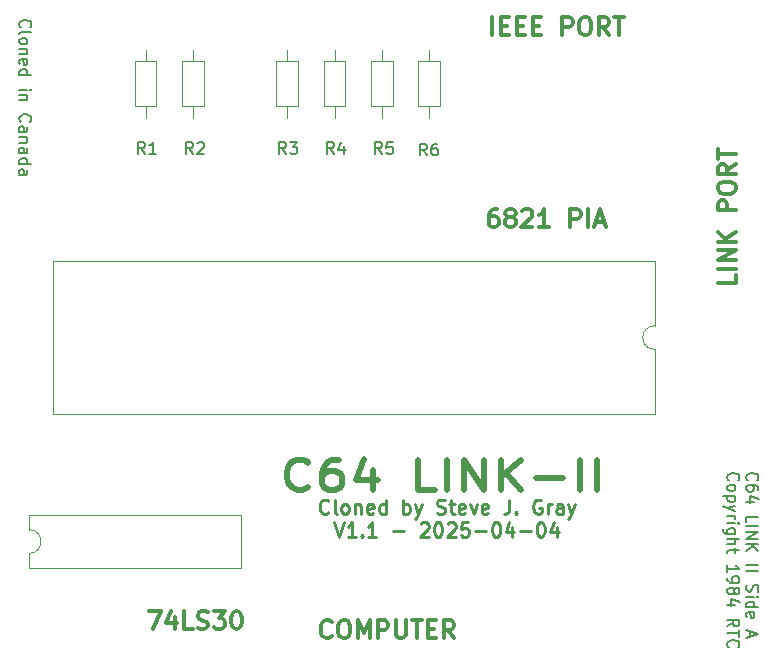
<source format=gbr>
%TF.GenerationSoftware,KiCad,Pcbnew,9.0.0*%
%TF.CreationDate,2025-04-04T09:07:06-04:00*%
%TF.ProjectId,RTC-Link2,5254432d-4c69-46e6-9b32-2e6b69636164,1.1*%
%TF.SameCoordinates,Original*%
%TF.FileFunction,Legend,Top*%
%TF.FilePolarity,Positive*%
%FSLAX46Y46*%
G04 Gerber Fmt 4.6, Leading zero omitted, Abs format (unit mm)*
G04 Created by KiCad (PCBNEW 9.0.0) date 2025-04-04 09:07:06*
%MOMM*%
%LPD*%
G01*
G04 APERTURE LIST*
%ADD10C,0.150000*%
%ADD11C,0.300000*%
%ADD12C,0.250000*%
%ADD13C,0.500000*%
%ADD14C,0.120000*%
G04 APERTURE END LIST*
D10*
X123415419Y-56026207D02*
X123367800Y-55978588D01*
X123367800Y-55978588D02*
X123320180Y-55835731D01*
X123320180Y-55835731D02*
X123320180Y-55740493D01*
X123320180Y-55740493D02*
X123367800Y-55597636D01*
X123367800Y-55597636D02*
X123463038Y-55502398D01*
X123463038Y-55502398D02*
X123558276Y-55454779D01*
X123558276Y-55454779D02*
X123748752Y-55407160D01*
X123748752Y-55407160D02*
X123891609Y-55407160D01*
X123891609Y-55407160D02*
X124082085Y-55454779D01*
X124082085Y-55454779D02*
X124177323Y-55502398D01*
X124177323Y-55502398D02*
X124272561Y-55597636D01*
X124272561Y-55597636D02*
X124320180Y-55740493D01*
X124320180Y-55740493D02*
X124320180Y-55835731D01*
X124320180Y-55835731D02*
X124272561Y-55978588D01*
X124272561Y-55978588D02*
X124224942Y-56026207D01*
X123320180Y-56597636D02*
X123367800Y-56502398D01*
X123367800Y-56502398D02*
X123463038Y-56454779D01*
X123463038Y-56454779D02*
X124320180Y-56454779D01*
X123320180Y-57121446D02*
X123367800Y-57026208D01*
X123367800Y-57026208D02*
X123415419Y-56978589D01*
X123415419Y-56978589D02*
X123510657Y-56930970D01*
X123510657Y-56930970D02*
X123796371Y-56930970D01*
X123796371Y-56930970D02*
X123891609Y-56978589D01*
X123891609Y-56978589D02*
X123939228Y-57026208D01*
X123939228Y-57026208D02*
X123986847Y-57121446D01*
X123986847Y-57121446D02*
X123986847Y-57264303D01*
X123986847Y-57264303D02*
X123939228Y-57359541D01*
X123939228Y-57359541D02*
X123891609Y-57407160D01*
X123891609Y-57407160D02*
X123796371Y-57454779D01*
X123796371Y-57454779D02*
X123510657Y-57454779D01*
X123510657Y-57454779D02*
X123415419Y-57407160D01*
X123415419Y-57407160D02*
X123367800Y-57359541D01*
X123367800Y-57359541D02*
X123320180Y-57264303D01*
X123320180Y-57264303D02*
X123320180Y-57121446D01*
X123986847Y-57883351D02*
X123320180Y-57883351D01*
X123891609Y-57883351D02*
X123939228Y-57930970D01*
X123939228Y-57930970D02*
X123986847Y-58026208D01*
X123986847Y-58026208D02*
X123986847Y-58169065D01*
X123986847Y-58169065D02*
X123939228Y-58264303D01*
X123939228Y-58264303D02*
X123843990Y-58311922D01*
X123843990Y-58311922D02*
X123320180Y-58311922D01*
X123367800Y-59169065D02*
X123320180Y-59073827D01*
X123320180Y-59073827D02*
X123320180Y-58883351D01*
X123320180Y-58883351D02*
X123367800Y-58788113D01*
X123367800Y-58788113D02*
X123463038Y-58740494D01*
X123463038Y-58740494D02*
X123843990Y-58740494D01*
X123843990Y-58740494D02*
X123939228Y-58788113D01*
X123939228Y-58788113D02*
X123986847Y-58883351D01*
X123986847Y-58883351D02*
X123986847Y-59073827D01*
X123986847Y-59073827D02*
X123939228Y-59169065D01*
X123939228Y-59169065D02*
X123843990Y-59216684D01*
X123843990Y-59216684D02*
X123748752Y-59216684D01*
X123748752Y-59216684D02*
X123653514Y-58740494D01*
X123320180Y-60073827D02*
X124320180Y-60073827D01*
X123367800Y-60073827D02*
X123320180Y-59978589D01*
X123320180Y-59978589D02*
X123320180Y-59788113D01*
X123320180Y-59788113D02*
X123367800Y-59692875D01*
X123367800Y-59692875D02*
X123415419Y-59645256D01*
X123415419Y-59645256D02*
X123510657Y-59597637D01*
X123510657Y-59597637D02*
X123796371Y-59597637D01*
X123796371Y-59597637D02*
X123891609Y-59645256D01*
X123891609Y-59645256D02*
X123939228Y-59692875D01*
X123939228Y-59692875D02*
X123986847Y-59788113D01*
X123986847Y-59788113D02*
X123986847Y-59978589D01*
X123986847Y-59978589D02*
X123939228Y-60073827D01*
X123320180Y-61311923D02*
X123986847Y-61311923D01*
X124320180Y-61311923D02*
X124272561Y-61264304D01*
X124272561Y-61264304D02*
X124224942Y-61311923D01*
X124224942Y-61311923D02*
X124272561Y-61359542D01*
X124272561Y-61359542D02*
X124320180Y-61311923D01*
X124320180Y-61311923D02*
X124224942Y-61311923D01*
X123986847Y-61788113D02*
X123320180Y-61788113D01*
X123891609Y-61788113D02*
X123939228Y-61835732D01*
X123939228Y-61835732D02*
X123986847Y-61930970D01*
X123986847Y-61930970D02*
X123986847Y-62073827D01*
X123986847Y-62073827D02*
X123939228Y-62169065D01*
X123939228Y-62169065D02*
X123843990Y-62216684D01*
X123843990Y-62216684D02*
X123320180Y-62216684D01*
X123415419Y-64026208D02*
X123367800Y-63978589D01*
X123367800Y-63978589D02*
X123320180Y-63835732D01*
X123320180Y-63835732D02*
X123320180Y-63740494D01*
X123320180Y-63740494D02*
X123367800Y-63597637D01*
X123367800Y-63597637D02*
X123463038Y-63502399D01*
X123463038Y-63502399D02*
X123558276Y-63454780D01*
X123558276Y-63454780D02*
X123748752Y-63407161D01*
X123748752Y-63407161D02*
X123891609Y-63407161D01*
X123891609Y-63407161D02*
X124082085Y-63454780D01*
X124082085Y-63454780D02*
X124177323Y-63502399D01*
X124177323Y-63502399D02*
X124272561Y-63597637D01*
X124272561Y-63597637D02*
X124320180Y-63740494D01*
X124320180Y-63740494D02*
X124320180Y-63835732D01*
X124320180Y-63835732D02*
X124272561Y-63978589D01*
X124272561Y-63978589D02*
X124224942Y-64026208D01*
X123320180Y-64883351D02*
X123843990Y-64883351D01*
X123843990Y-64883351D02*
X123939228Y-64835732D01*
X123939228Y-64835732D02*
X123986847Y-64740494D01*
X123986847Y-64740494D02*
X123986847Y-64550018D01*
X123986847Y-64550018D02*
X123939228Y-64454780D01*
X123367800Y-64883351D02*
X123320180Y-64788113D01*
X123320180Y-64788113D02*
X123320180Y-64550018D01*
X123320180Y-64550018D02*
X123367800Y-64454780D01*
X123367800Y-64454780D02*
X123463038Y-64407161D01*
X123463038Y-64407161D02*
X123558276Y-64407161D01*
X123558276Y-64407161D02*
X123653514Y-64454780D01*
X123653514Y-64454780D02*
X123701133Y-64550018D01*
X123701133Y-64550018D02*
X123701133Y-64788113D01*
X123701133Y-64788113D02*
X123748752Y-64883351D01*
X123986847Y-65359542D02*
X123320180Y-65359542D01*
X123891609Y-65359542D02*
X123939228Y-65407161D01*
X123939228Y-65407161D02*
X123986847Y-65502399D01*
X123986847Y-65502399D02*
X123986847Y-65645256D01*
X123986847Y-65645256D02*
X123939228Y-65740494D01*
X123939228Y-65740494D02*
X123843990Y-65788113D01*
X123843990Y-65788113D02*
X123320180Y-65788113D01*
X123320180Y-66692875D02*
X123843990Y-66692875D01*
X123843990Y-66692875D02*
X123939228Y-66645256D01*
X123939228Y-66645256D02*
X123986847Y-66550018D01*
X123986847Y-66550018D02*
X123986847Y-66359542D01*
X123986847Y-66359542D02*
X123939228Y-66264304D01*
X123367800Y-66692875D02*
X123320180Y-66597637D01*
X123320180Y-66597637D02*
X123320180Y-66359542D01*
X123320180Y-66359542D02*
X123367800Y-66264304D01*
X123367800Y-66264304D02*
X123463038Y-66216685D01*
X123463038Y-66216685D02*
X123558276Y-66216685D01*
X123558276Y-66216685D02*
X123653514Y-66264304D01*
X123653514Y-66264304D02*
X123701133Y-66359542D01*
X123701133Y-66359542D02*
X123701133Y-66597637D01*
X123701133Y-66597637D02*
X123748752Y-66692875D01*
X123320180Y-67597637D02*
X124320180Y-67597637D01*
X123367800Y-67597637D02*
X123320180Y-67502399D01*
X123320180Y-67502399D02*
X123320180Y-67311923D01*
X123320180Y-67311923D02*
X123367800Y-67216685D01*
X123367800Y-67216685D02*
X123415419Y-67169066D01*
X123415419Y-67169066D02*
X123510657Y-67121447D01*
X123510657Y-67121447D02*
X123796371Y-67121447D01*
X123796371Y-67121447D02*
X123891609Y-67169066D01*
X123891609Y-67169066D02*
X123939228Y-67216685D01*
X123939228Y-67216685D02*
X123986847Y-67311923D01*
X123986847Y-67311923D02*
X123986847Y-67502399D01*
X123986847Y-67502399D02*
X123939228Y-67597637D01*
X123320180Y-68502399D02*
X123843990Y-68502399D01*
X123843990Y-68502399D02*
X123939228Y-68454780D01*
X123939228Y-68454780D02*
X123986847Y-68359542D01*
X123986847Y-68359542D02*
X123986847Y-68169066D01*
X123986847Y-68169066D02*
X123939228Y-68073828D01*
X123367800Y-68502399D02*
X123320180Y-68407161D01*
X123320180Y-68407161D02*
X123320180Y-68169066D01*
X123320180Y-68169066D02*
X123367800Y-68073828D01*
X123367800Y-68073828D02*
X123463038Y-68026209D01*
X123463038Y-68026209D02*
X123558276Y-68026209D01*
X123558276Y-68026209D02*
X123653514Y-68073828D01*
X123653514Y-68073828D02*
X123701133Y-68169066D01*
X123701133Y-68169066D02*
X123701133Y-68407161D01*
X123701133Y-68407161D02*
X123748752Y-68502399D01*
D11*
X163757368Y-71452828D02*
X163471653Y-71452828D01*
X163471653Y-71452828D02*
X163328796Y-71524257D01*
X163328796Y-71524257D02*
X163257368Y-71595685D01*
X163257368Y-71595685D02*
X163114510Y-71809971D01*
X163114510Y-71809971D02*
X163043082Y-72095685D01*
X163043082Y-72095685D02*
X163043082Y-72667114D01*
X163043082Y-72667114D02*
X163114510Y-72809971D01*
X163114510Y-72809971D02*
X163185939Y-72881400D01*
X163185939Y-72881400D02*
X163328796Y-72952828D01*
X163328796Y-72952828D02*
X163614510Y-72952828D01*
X163614510Y-72952828D02*
X163757368Y-72881400D01*
X163757368Y-72881400D02*
X163828796Y-72809971D01*
X163828796Y-72809971D02*
X163900225Y-72667114D01*
X163900225Y-72667114D02*
X163900225Y-72309971D01*
X163900225Y-72309971D02*
X163828796Y-72167114D01*
X163828796Y-72167114D02*
X163757368Y-72095685D01*
X163757368Y-72095685D02*
X163614510Y-72024257D01*
X163614510Y-72024257D02*
X163328796Y-72024257D01*
X163328796Y-72024257D02*
X163185939Y-72095685D01*
X163185939Y-72095685D02*
X163114510Y-72167114D01*
X163114510Y-72167114D02*
X163043082Y-72309971D01*
X164757367Y-72095685D02*
X164614510Y-72024257D01*
X164614510Y-72024257D02*
X164543081Y-71952828D01*
X164543081Y-71952828D02*
X164471653Y-71809971D01*
X164471653Y-71809971D02*
X164471653Y-71738542D01*
X164471653Y-71738542D02*
X164543081Y-71595685D01*
X164543081Y-71595685D02*
X164614510Y-71524257D01*
X164614510Y-71524257D02*
X164757367Y-71452828D01*
X164757367Y-71452828D02*
X165043081Y-71452828D01*
X165043081Y-71452828D02*
X165185939Y-71524257D01*
X165185939Y-71524257D02*
X165257367Y-71595685D01*
X165257367Y-71595685D02*
X165328796Y-71738542D01*
X165328796Y-71738542D02*
X165328796Y-71809971D01*
X165328796Y-71809971D02*
X165257367Y-71952828D01*
X165257367Y-71952828D02*
X165185939Y-72024257D01*
X165185939Y-72024257D02*
X165043081Y-72095685D01*
X165043081Y-72095685D02*
X164757367Y-72095685D01*
X164757367Y-72095685D02*
X164614510Y-72167114D01*
X164614510Y-72167114D02*
X164543081Y-72238542D01*
X164543081Y-72238542D02*
X164471653Y-72381400D01*
X164471653Y-72381400D02*
X164471653Y-72667114D01*
X164471653Y-72667114D02*
X164543081Y-72809971D01*
X164543081Y-72809971D02*
X164614510Y-72881400D01*
X164614510Y-72881400D02*
X164757367Y-72952828D01*
X164757367Y-72952828D02*
X165043081Y-72952828D01*
X165043081Y-72952828D02*
X165185939Y-72881400D01*
X165185939Y-72881400D02*
X165257367Y-72809971D01*
X165257367Y-72809971D02*
X165328796Y-72667114D01*
X165328796Y-72667114D02*
X165328796Y-72381400D01*
X165328796Y-72381400D02*
X165257367Y-72238542D01*
X165257367Y-72238542D02*
X165185939Y-72167114D01*
X165185939Y-72167114D02*
X165043081Y-72095685D01*
X165900224Y-71595685D02*
X165971652Y-71524257D01*
X165971652Y-71524257D02*
X166114510Y-71452828D01*
X166114510Y-71452828D02*
X166471652Y-71452828D01*
X166471652Y-71452828D02*
X166614510Y-71524257D01*
X166614510Y-71524257D02*
X166685938Y-71595685D01*
X166685938Y-71595685D02*
X166757367Y-71738542D01*
X166757367Y-71738542D02*
X166757367Y-71881400D01*
X166757367Y-71881400D02*
X166685938Y-72095685D01*
X166685938Y-72095685D02*
X165828795Y-72952828D01*
X165828795Y-72952828D02*
X166757367Y-72952828D01*
X168185938Y-72952828D02*
X167328795Y-72952828D01*
X167757366Y-72952828D02*
X167757366Y-71452828D01*
X167757366Y-71452828D02*
X167614509Y-71667114D01*
X167614509Y-71667114D02*
X167471652Y-71809971D01*
X167471652Y-71809971D02*
X167328795Y-71881400D01*
X169971651Y-72952828D02*
X169971651Y-71452828D01*
X169971651Y-71452828D02*
X170543080Y-71452828D01*
X170543080Y-71452828D02*
X170685937Y-71524257D01*
X170685937Y-71524257D02*
X170757366Y-71595685D01*
X170757366Y-71595685D02*
X170828794Y-71738542D01*
X170828794Y-71738542D02*
X170828794Y-71952828D01*
X170828794Y-71952828D02*
X170757366Y-72095685D01*
X170757366Y-72095685D02*
X170685937Y-72167114D01*
X170685937Y-72167114D02*
X170543080Y-72238542D01*
X170543080Y-72238542D02*
X169971651Y-72238542D01*
X171471651Y-72952828D02*
X171471651Y-71452828D01*
X172114509Y-72524257D02*
X172828795Y-72524257D01*
X171971652Y-72952828D02*
X172471652Y-71452828D01*
X172471652Y-71452828D02*
X172971652Y-72952828D01*
X149747653Y-107607971D02*
X149676225Y-107679400D01*
X149676225Y-107679400D02*
X149461939Y-107750828D01*
X149461939Y-107750828D02*
X149319082Y-107750828D01*
X149319082Y-107750828D02*
X149104796Y-107679400D01*
X149104796Y-107679400D02*
X148961939Y-107536542D01*
X148961939Y-107536542D02*
X148890510Y-107393685D01*
X148890510Y-107393685D02*
X148819082Y-107107971D01*
X148819082Y-107107971D02*
X148819082Y-106893685D01*
X148819082Y-106893685D02*
X148890510Y-106607971D01*
X148890510Y-106607971D02*
X148961939Y-106465114D01*
X148961939Y-106465114D02*
X149104796Y-106322257D01*
X149104796Y-106322257D02*
X149319082Y-106250828D01*
X149319082Y-106250828D02*
X149461939Y-106250828D01*
X149461939Y-106250828D02*
X149676225Y-106322257D01*
X149676225Y-106322257D02*
X149747653Y-106393685D01*
X150676225Y-106250828D02*
X150961939Y-106250828D01*
X150961939Y-106250828D02*
X151104796Y-106322257D01*
X151104796Y-106322257D02*
X151247653Y-106465114D01*
X151247653Y-106465114D02*
X151319082Y-106750828D01*
X151319082Y-106750828D02*
X151319082Y-107250828D01*
X151319082Y-107250828D02*
X151247653Y-107536542D01*
X151247653Y-107536542D02*
X151104796Y-107679400D01*
X151104796Y-107679400D02*
X150961939Y-107750828D01*
X150961939Y-107750828D02*
X150676225Y-107750828D01*
X150676225Y-107750828D02*
X150533368Y-107679400D01*
X150533368Y-107679400D02*
X150390510Y-107536542D01*
X150390510Y-107536542D02*
X150319082Y-107250828D01*
X150319082Y-107250828D02*
X150319082Y-106750828D01*
X150319082Y-106750828D02*
X150390510Y-106465114D01*
X150390510Y-106465114D02*
X150533368Y-106322257D01*
X150533368Y-106322257D02*
X150676225Y-106250828D01*
X151961939Y-107750828D02*
X151961939Y-106250828D01*
X151961939Y-106250828D02*
X152461939Y-107322257D01*
X152461939Y-107322257D02*
X152961939Y-106250828D01*
X152961939Y-106250828D02*
X152961939Y-107750828D01*
X153676225Y-107750828D02*
X153676225Y-106250828D01*
X153676225Y-106250828D02*
X154247654Y-106250828D01*
X154247654Y-106250828D02*
X154390511Y-106322257D01*
X154390511Y-106322257D02*
X154461940Y-106393685D01*
X154461940Y-106393685D02*
X154533368Y-106536542D01*
X154533368Y-106536542D02*
X154533368Y-106750828D01*
X154533368Y-106750828D02*
X154461940Y-106893685D01*
X154461940Y-106893685D02*
X154390511Y-106965114D01*
X154390511Y-106965114D02*
X154247654Y-107036542D01*
X154247654Y-107036542D02*
X153676225Y-107036542D01*
X155176225Y-106250828D02*
X155176225Y-107465114D01*
X155176225Y-107465114D02*
X155247654Y-107607971D01*
X155247654Y-107607971D02*
X155319083Y-107679400D01*
X155319083Y-107679400D02*
X155461940Y-107750828D01*
X155461940Y-107750828D02*
X155747654Y-107750828D01*
X155747654Y-107750828D02*
X155890511Y-107679400D01*
X155890511Y-107679400D02*
X155961940Y-107607971D01*
X155961940Y-107607971D02*
X156033368Y-107465114D01*
X156033368Y-107465114D02*
X156033368Y-106250828D01*
X156533369Y-106250828D02*
X157390512Y-106250828D01*
X156961940Y-107750828D02*
X156961940Y-106250828D01*
X157890511Y-106965114D02*
X158390511Y-106965114D01*
X158604797Y-107750828D02*
X157890511Y-107750828D01*
X157890511Y-107750828D02*
X157890511Y-106250828D01*
X157890511Y-106250828D02*
X158604797Y-106250828D01*
X160104797Y-107750828D02*
X159604797Y-107036542D01*
X159247654Y-107750828D02*
X159247654Y-106250828D01*
X159247654Y-106250828D02*
X159819083Y-106250828D01*
X159819083Y-106250828D02*
X159961940Y-106322257D01*
X159961940Y-106322257D02*
X160033369Y-106393685D01*
X160033369Y-106393685D02*
X160104797Y-106536542D01*
X160104797Y-106536542D02*
X160104797Y-106750828D01*
X160104797Y-106750828D02*
X160033369Y-106893685D01*
X160033369Y-106893685D02*
X159961940Y-106965114D01*
X159961940Y-106965114D02*
X159819083Y-107036542D01*
X159819083Y-107036542D02*
X159247654Y-107036542D01*
D12*
X149483429Y-97107924D02*
X149426286Y-97165067D01*
X149426286Y-97165067D02*
X149254858Y-97222209D01*
X149254858Y-97222209D02*
X149140572Y-97222209D01*
X149140572Y-97222209D02*
X148969143Y-97165067D01*
X148969143Y-97165067D02*
X148854858Y-97050781D01*
X148854858Y-97050781D02*
X148797715Y-96936495D01*
X148797715Y-96936495D02*
X148740572Y-96707924D01*
X148740572Y-96707924D02*
X148740572Y-96536495D01*
X148740572Y-96536495D02*
X148797715Y-96307924D01*
X148797715Y-96307924D02*
X148854858Y-96193638D01*
X148854858Y-96193638D02*
X148969143Y-96079352D01*
X148969143Y-96079352D02*
X149140572Y-96022209D01*
X149140572Y-96022209D02*
X149254858Y-96022209D01*
X149254858Y-96022209D02*
X149426286Y-96079352D01*
X149426286Y-96079352D02*
X149483429Y-96136495D01*
X150169143Y-97222209D02*
X150054858Y-97165067D01*
X150054858Y-97165067D02*
X149997715Y-97050781D01*
X149997715Y-97050781D02*
X149997715Y-96022209D01*
X150797714Y-97222209D02*
X150683429Y-97165067D01*
X150683429Y-97165067D02*
X150626286Y-97107924D01*
X150626286Y-97107924D02*
X150569143Y-96993638D01*
X150569143Y-96993638D02*
X150569143Y-96650781D01*
X150569143Y-96650781D02*
X150626286Y-96536495D01*
X150626286Y-96536495D02*
X150683429Y-96479352D01*
X150683429Y-96479352D02*
X150797714Y-96422209D01*
X150797714Y-96422209D02*
X150969143Y-96422209D01*
X150969143Y-96422209D02*
X151083429Y-96479352D01*
X151083429Y-96479352D02*
X151140572Y-96536495D01*
X151140572Y-96536495D02*
X151197714Y-96650781D01*
X151197714Y-96650781D02*
X151197714Y-96993638D01*
X151197714Y-96993638D02*
X151140572Y-97107924D01*
X151140572Y-97107924D02*
X151083429Y-97165067D01*
X151083429Y-97165067D02*
X150969143Y-97222209D01*
X150969143Y-97222209D02*
X150797714Y-97222209D01*
X151712000Y-96422209D02*
X151712000Y-97222209D01*
X151712000Y-96536495D02*
X151769143Y-96479352D01*
X151769143Y-96479352D02*
X151883428Y-96422209D01*
X151883428Y-96422209D02*
X152054857Y-96422209D01*
X152054857Y-96422209D02*
X152169143Y-96479352D01*
X152169143Y-96479352D02*
X152226286Y-96593638D01*
X152226286Y-96593638D02*
X152226286Y-97222209D01*
X153254857Y-97165067D02*
X153140571Y-97222209D01*
X153140571Y-97222209D02*
X152912000Y-97222209D01*
X152912000Y-97222209D02*
X152797714Y-97165067D01*
X152797714Y-97165067D02*
X152740571Y-97050781D01*
X152740571Y-97050781D02*
X152740571Y-96593638D01*
X152740571Y-96593638D02*
X152797714Y-96479352D01*
X152797714Y-96479352D02*
X152912000Y-96422209D01*
X152912000Y-96422209D02*
X153140571Y-96422209D01*
X153140571Y-96422209D02*
X153254857Y-96479352D01*
X153254857Y-96479352D02*
X153312000Y-96593638D01*
X153312000Y-96593638D02*
X153312000Y-96707924D01*
X153312000Y-96707924D02*
X152740571Y-96822209D01*
X154340571Y-97222209D02*
X154340571Y-96022209D01*
X154340571Y-97165067D02*
X154226285Y-97222209D01*
X154226285Y-97222209D02*
X153997713Y-97222209D01*
X153997713Y-97222209D02*
X153883428Y-97165067D01*
X153883428Y-97165067D02*
X153826285Y-97107924D01*
X153826285Y-97107924D02*
X153769142Y-96993638D01*
X153769142Y-96993638D02*
X153769142Y-96650781D01*
X153769142Y-96650781D02*
X153826285Y-96536495D01*
X153826285Y-96536495D02*
X153883428Y-96479352D01*
X153883428Y-96479352D02*
X153997713Y-96422209D01*
X153997713Y-96422209D02*
X154226285Y-96422209D01*
X154226285Y-96422209D02*
X154340571Y-96479352D01*
X155826285Y-97222209D02*
X155826285Y-96022209D01*
X155826285Y-96479352D02*
X155940571Y-96422209D01*
X155940571Y-96422209D02*
X156169142Y-96422209D01*
X156169142Y-96422209D02*
X156283428Y-96479352D01*
X156283428Y-96479352D02*
X156340571Y-96536495D01*
X156340571Y-96536495D02*
X156397713Y-96650781D01*
X156397713Y-96650781D02*
X156397713Y-96993638D01*
X156397713Y-96993638D02*
X156340571Y-97107924D01*
X156340571Y-97107924D02*
X156283428Y-97165067D01*
X156283428Y-97165067D02*
X156169142Y-97222209D01*
X156169142Y-97222209D02*
X155940571Y-97222209D01*
X155940571Y-97222209D02*
X155826285Y-97165067D01*
X156797713Y-96422209D02*
X157083427Y-97222209D01*
X157369142Y-96422209D02*
X157083427Y-97222209D01*
X157083427Y-97222209D02*
X156969142Y-97507924D01*
X156969142Y-97507924D02*
X156911999Y-97565067D01*
X156911999Y-97565067D02*
X156797713Y-97622209D01*
X158683428Y-97165067D02*
X158854857Y-97222209D01*
X158854857Y-97222209D02*
X159140571Y-97222209D01*
X159140571Y-97222209D02*
X159254857Y-97165067D01*
X159254857Y-97165067D02*
X159311999Y-97107924D01*
X159311999Y-97107924D02*
X159369142Y-96993638D01*
X159369142Y-96993638D02*
X159369142Y-96879352D01*
X159369142Y-96879352D02*
X159311999Y-96765067D01*
X159311999Y-96765067D02*
X159254857Y-96707924D01*
X159254857Y-96707924D02*
X159140571Y-96650781D01*
X159140571Y-96650781D02*
X158911999Y-96593638D01*
X158911999Y-96593638D02*
X158797714Y-96536495D01*
X158797714Y-96536495D02*
X158740571Y-96479352D01*
X158740571Y-96479352D02*
X158683428Y-96365067D01*
X158683428Y-96365067D02*
X158683428Y-96250781D01*
X158683428Y-96250781D02*
X158740571Y-96136495D01*
X158740571Y-96136495D02*
X158797714Y-96079352D01*
X158797714Y-96079352D02*
X158911999Y-96022209D01*
X158911999Y-96022209D02*
X159197714Y-96022209D01*
X159197714Y-96022209D02*
X159369142Y-96079352D01*
X159711999Y-96422209D02*
X160169142Y-96422209D01*
X159883428Y-96022209D02*
X159883428Y-97050781D01*
X159883428Y-97050781D02*
X159940571Y-97165067D01*
X159940571Y-97165067D02*
X160054856Y-97222209D01*
X160054856Y-97222209D02*
X160169142Y-97222209D01*
X161026285Y-97165067D02*
X160911999Y-97222209D01*
X160911999Y-97222209D02*
X160683428Y-97222209D01*
X160683428Y-97222209D02*
X160569142Y-97165067D01*
X160569142Y-97165067D02*
X160511999Y-97050781D01*
X160511999Y-97050781D02*
X160511999Y-96593638D01*
X160511999Y-96593638D02*
X160569142Y-96479352D01*
X160569142Y-96479352D02*
X160683428Y-96422209D01*
X160683428Y-96422209D02*
X160911999Y-96422209D01*
X160911999Y-96422209D02*
X161026285Y-96479352D01*
X161026285Y-96479352D02*
X161083428Y-96593638D01*
X161083428Y-96593638D02*
X161083428Y-96707924D01*
X161083428Y-96707924D02*
X160511999Y-96822209D01*
X161483427Y-96422209D02*
X161769141Y-97222209D01*
X161769141Y-97222209D02*
X162054856Y-96422209D01*
X162969142Y-97165067D02*
X162854856Y-97222209D01*
X162854856Y-97222209D02*
X162626285Y-97222209D01*
X162626285Y-97222209D02*
X162511999Y-97165067D01*
X162511999Y-97165067D02*
X162454856Y-97050781D01*
X162454856Y-97050781D02*
X162454856Y-96593638D01*
X162454856Y-96593638D02*
X162511999Y-96479352D01*
X162511999Y-96479352D02*
X162626285Y-96422209D01*
X162626285Y-96422209D02*
X162854856Y-96422209D01*
X162854856Y-96422209D02*
X162969142Y-96479352D01*
X162969142Y-96479352D02*
X163026285Y-96593638D01*
X163026285Y-96593638D02*
X163026285Y-96707924D01*
X163026285Y-96707924D02*
X162454856Y-96822209D01*
X164797713Y-96022209D02*
X164797713Y-96879352D01*
X164797713Y-96879352D02*
X164740570Y-97050781D01*
X164740570Y-97050781D02*
X164626284Y-97165067D01*
X164626284Y-97165067D02*
X164454856Y-97222209D01*
X164454856Y-97222209D02*
X164340570Y-97222209D01*
X165369142Y-97107924D02*
X165426285Y-97165067D01*
X165426285Y-97165067D02*
X165369142Y-97222209D01*
X165369142Y-97222209D02*
X165311999Y-97165067D01*
X165311999Y-97165067D02*
X165369142Y-97107924D01*
X165369142Y-97107924D02*
X165369142Y-97222209D01*
X167483428Y-96079352D02*
X167369143Y-96022209D01*
X167369143Y-96022209D02*
X167197714Y-96022209D01*
X167197714Y-96022209D02*
X167026285Y-96079352D01*
X167026285Y-96079352D02*
X166912000Y-96193638D01*
X166912000Y-96193638D02*
X166854857Y-96307924D01*
X166854857Y-96307924D02*
X166797714Y-96536495D01*
X166797714Y-96536495D02*
X166797714Y-96707924D01*
X166797714Y-96707924D02*
X166854857Y-96936495D01*
X166854857Y-96936495D02*
X166912000Y-97050781D01*
X166912000Y-97050781D02*
X167026285Y-97165067D01*
X167026285Y-97165067D02*
X167197714Y-97222209D01*
X167197714Y-97222209D02*
X167312000Y-97222209D01*
X167312000Y-97222209D02*
X167483428Y-97165067D01*
X167483428Y-97165067D02*
X167540571Y-97107924D01*
X167540571Y-97107924D02*
X167540571Y-96707924D01*
X167540571Y-96707924D02*
X167312000Y-96707924D01*
X168054857Y-97222209D02*
X168054857Y-96422209D01*
X168054857Y-96650781D02*
X168112000Y-96536495D01*
X168112000Y-96536495D02*
X168169143Y-96479352D01*
X168169143Y-96479352D02*
X168283428Y-96422209D01*
X168283428Y-96422209D02*
X168397714Y-96422209D01*
X169312000Y-97222209D02*
X169312000Y-96593638D01*
X169312000Y-96593638D02*
X169254857Y-96479352D01*
X169254857Y-96479352D02*
X169140571Y-96422209D01*
X169140571Y-96422209D02*
X168912000Y-96422209D01*
X168912000Y-96422209D02*
X168797714Y-96479352D01*
X169312000Y-97165067D02*
X169197714Y-97222209D01*
X169197714Y-97222209D02*
X168912000Y-97222209D01*
X168912000Y-97222209D02*
X168797714Y-97165067D01*
X168797714Y-97165067D02*
X168740571Y-97050781D01*
X168740571Y-97050781D02*
X168740571Y-96936495D01*
X168740571Y-96936495D02*
X168797714Y-96822209D01*
X168797714Y-96822209D02*
X168912000Y-96765067D01*
X168912000Y-96765067D02*
X169197714Y-96765067D01*
X169197714Y-96765067D02*
X169312000Y-96707924D01*
X169769142Y-96422209D02*
X170054856Y-97222209D01*
X170340571Y-96422209D02*
X170054856Y-97222209D01*
X170054856Y-97222209D02*
X169940571Y-97507924D01*
X169940571Y-97507924D02*
X169883428Y-97565067D01*
X169883428Y-97565067D02*
X169769142Y-97622209D01*
X149969143Y-97954142D02*
X150369143Y-99154142D01*
X150369143Y-99154142D02*
X150769143Y-97954142D01*
X151797714Y-99154142D02*
X151112000Y-99154142D01*
X151454857Y-99154142D02*
X151454857Y-97954142D01*
X151454857Y-97954142D02*
X151340571Y-98125571D01*
X151340571Y-98125571D02*
X151226286Y-98239857D01*
X151226286Y-98239857D02*
X151112000Y-98297000D01*
X152312000Y-99039857D02*
X152369143Y-99097000D01*
X152369143Y-99097000D02*
X152312000Y-99154142D01*
X152312000Y-99154142D02*
X152254857Y-99097000D01*
X152254857Y-99097000D02*
X152312000Y-99039857D01*
X152312000Y-99039857D02*
X152312000Y-99154142D01*
X153512000Y-99154142D02*
X152826286Y-99154142D01*
X153169143Y-99154142D02*
X153169143Y-97954142D01*
X153169143Y-97954142D02*
X153054857Y-98125571D01*
X153054857Y-98125571D02*
X152940572Y-98239857D01*
X152940572Y-98239857D02*
X152826286Y-98297000D01*
X154940572Y-98697000D02*
X155854858Y-98697000D01*
X157283429Y-98068428D02*
X157340572Y-98011285D01*
X157340572Y-98011285D02*
X157454858Y-97954142D01*
X157454858Y-97954142D02*
X157740572Y-97954142D01*
X157740572Y-97954142D02*
X157854858Y-98011285D01*
X157854858Y-98011285D02*
X157912000Y-98068428D01*
X157912000Y-98068428D02*
X157969143Y-98182714D01*
X157969143Y-98182714D02*
X157969143Y-98297000D01*
X157969143Y-98297000D02*
X157912000Y-98468428D01*
X157912000Y-98468428D02*
X157226286Y-99154142D01*
X157226286Y-99154142D02*
X157969143Y-99154142D01*
X158712000Y-97954142D02*
X158826286Y-97954142D01*
X158826286Y-97954142D02*
X158940572Y-98011285D01*
X158940572Y-98011285D02*
X158997715Y-98068428D01*
X158997715Y-98068428D02*
X159054857Y-98182714D01*
X159054857Y-98182714D02*
X159112000Y-98411285D01*
X159112000Y-98411285D02*
X159112000Y-98697000D01*
X159112000Y-98697000D02*
X159054857Y-98925571D01*
X159054857Y-98925571D02*
X158997715Y-99039857D01*
X158997715Y-99039857D02*
X158940572Y-99097000D01*
X158940572Y-99097000D02*
X158826286Y-99154142D01*
X158826286Y-99154142D02*
X158712000Y-99154142D01*
X158712000Y-99154142D02*
X158597715Y-99097000D01*
X158597715Y-99097000D02*
X158540572Y-99039857D01*
X158540572Y-99039857D02*
X158483429Y-98925571D01*
X158483429Y-98925571D02*
X158426286Y-98697000D01*
X158426286Y-98697000D02*
X158426286Y-98411285D01*
X158426286Y-98411285D02*
X158483429Y-98182714D01*
X158483429Y-98182714D02*
X158540572Y-98068428D01*
X158540572Y-98068428D02*
X158597715Y-98011285D01*
X158597715Y-98011285D02*
X158712000Y-97954142D01*
X159569143Y-98068428D02*
X159626286Y-98011285D01*
X159626286Y-98011285D02*
X159740572Y-97954142D01*
X159740572Y-97954142D02*
X160026286Y-97954142D01*
X160026286Y-97954142D02*
X160140572Y-98011285D01*
X160140572Y-98011285D02*
X160197714Y-98068428D01*
X160197714Y-98068428D02*
X160254857Y-98182714D01*
X160254857Y-98182714D02*
X160254857Y-98297000D01*
X160254857Y-98297000D02*
X160197714Y-98468428D01*
X160197714Y-98468428D02*
X159512000Y-99154142D01*
X159512000Y-99154142D02*
X160254857Y-99154142D01*
X161340571Y-97954142D02*
X160769143Y-97954142D01*
X160769143Y-97954142D02*
X160712000Y-98525571D01*
X160712000Y-98525571D02*
X160769143Y-98468428D01*
X160769143Y-98468428D02*
X160883429Y-98411285D01*
X160883429Y-98411285D02*
X161169143Y-98411285D01*
X161169143Y-98411285D02*
X161283429Y-98468428D01*
X161283429Y-98468428D02*
X161340571Y-98525571D01*
X161340571Y-98525571D02*
X161397714Y-98639857D01*
X161397714Y-98639857D02*
X161397714Y-98925571D01*
X161397714Y-98925571D02*
X161340571Y-99039857D01*
X161340571Y-99039857D02*
X161283429Y-99097000D01*
X161283429Y-99097000D02*
X161169143Y-99154142D01*
X161169143Y-99154142D02*
X160883429Y-99154142D01*
X160883429Y-99154142D02*
X160769143Y-99097000D01*
X160769143Y-99097000D02*
X160712000Y-99039857D01*
X161912000Y-98697000D02*
X162826286Y-98697000D01*
X163626285Y-97954142D02*
X163740571Y-97954142D01*
X163740571Y-97954142D02*
X163854857Y-98011285D01*
X163854857Y-98011285D02*
X163912000Y-98068428D01*
X163912000Y-98068428D02*
X163969142Y-98182714D01*
X163969142Y-98182714D02*
X164026285Y-98411285D01*
X164026285Y-98411285D02*
X164026285Y-98697000D01*
X164026285Y-98697000D02*
X163969142Y-98925571D01*
X163969142Y-98925571D02*
X163912000Y-99039857D01*
X163912000Y-99039857D02*
X163854857Y-99097000D01*
X163854857Y-99097000D02*
X163740571Y-99154142D01*
X163740571Y-99154142D02*
X163626285Y-99154142D01*
X163626285Y-99154142D02*
X163512000Y-99097000D01*
X163512000Y-99097000D02*
X163454857Y-99039857D01*
X163454857Y-99039857D02*
X163397714Y-98925571D01*
X163397714Y-98925571D02*
X163340571Y-98697000D01*
X163340571Y-98697000D02*
X163340571Y-98411285D01*
X163340571Y-98411285D02*
X163397714Y-98182714D01*
X163397714Y-98182714D02*
X163454857Y-98068428D01*
X163454857Y-98068428D02*
X163512000Y-98011285D01*
X163512000Y-98011285D02*
X163626285Y-97954142D01*
X165054857Y-98354142D02*
X165054857Y-99154142D01*
X164769142Y-97897000D02*
X164483428Y-98754142D01*
X164483428Y-98754142D02*
X165226285Y-98754142D01*
X165683428Y-98697000D02*
X166597714Y-98697000D01*
X167397713Y-97954142D02*
X167511999Y-97954142D01*
X167511999Y-97954142D02*
X167626285Y-98011285D01*
X167626285Y-98011285D02*
X167683428Y-98068428D01*
X167683428Y-98068428D02*
X167740570Y-98182714D01*
X167740570Y-98182714D02*
X167797713Y-98411285D01*
X167797713Y-98411285D02*
X167797713Y-98697000D01*
X167797713Y-98697000D02*
X167740570Y-98925571D01*
X167740570Y-98925571D02*
X167683428Y-99039857D01*
X167683428Y-99039857D02*
X167626285Y-99097000D01*
X167626285Y-99097000D02*
X167511999Y-99154142D01*
X167511999Y-99154142D02*
X167397713Y-99154142D01*
X167397713Y-99154142D02*
X167283428Y-99097000D01*
X167283428Y-99097000D02*
X167226285Y-99039857D01*
X167226285Y-99039857D02*
X167169142Y-98925571D01*
X167169142Y-98925571D02*
X167111999Y-98697000D01*
X167111999Y-98697000D02*
X167111999Y-98411285D01*
X167111999Y-98411285D02*
X167169142Y-98182714D01*
X167169142Y-98182714D02*
X167226285Y-98068428D01*
X167226285Y-98068428D02*
X167283428Y-98011285D01*
X167283428Y-98011285D02*
X167397713Y-97954142D01*
X168826285Y-98354142D02*
X168826285Y-99154142D01*
X168540570Y-97897000D02*
X168254856Y-98754142D01*
X168254856Y-98754142D02*
X168997713Y-98754142D01*
D11*
X163368510Y-56696828D02*
X163368510Y-55196828D01*
X164082796Y-55911114D02*
X164582796Y-55911114D01*
X164797082Y-56696828D02*
X164082796Y-56696828D01*
X164082796Y-56696828D02*
X164082796Y-55196828D01*
X164082796Y-55196828D02*
X164797082Y-55196828D01*
X165439939Y-55911114D02*
X165939939Y-55911114D01*
X166154225Y-56696828D02*
X165439939Y-56696828D01*
X165439939Y-56696828D02*
X165439939Y-55196828D01*
X165439939Y-55196828D02*
X166154225Y-55196828D01*
X166797082Y-55911114D02*
X167297082Y-55911114D01*
X167511368Y-56696828D02*
X166797082Y-56696828D01*
X166797082Y-56696828D02*
X166797082Y-55196828D01*
X166797082Y-55196828D02*
X167511368Y-55196828D01*
X169297082Y-56696828D02*
X169297082Y-55196828D01*
X169297082Y-55196828D02*
X169868511Y-55196828D01*
X169868511Y-55196828D02*
X170011368Y-55268257D01*
X170011368Y-55268257D02*
X170082797Y-55339685D01*
X170082797Y-55339685D02*
X170154225Y-55482542D01*
X170154225Y-55482542D02*
X170154225Y-55696828D01*
X170154225Y-55696828D02*
X170082797Y-55839685D01*
X170082797Y-55839685D02*
X170011368Y-55911114D01*
X170011368Y-55911114D02*
X169868511Y-55982542D01*
X169868511Y-55982542D02*
X169297082Y-55982542D01*
X171082797Y-55196828D02*
X171368511Y-55196828D01*
X171368511Y-55196828D02*
X171511368Y-55268257D01*
X171511368Y-55268257D02*
X171654225Y-55411114D01*
X171654225Y-55411114D02*
X171725654Y-55696828D01*
X171725654Y-55696828D02*
X171725654Y-56196828D01*
X171725654Y-56196828D02*
X171654225Y-56482542D01*
X171654225Y-56482542D02*
X171511368Y-56625400D01*
X171511368Y-56625400D02*
X171368511Y-56696828D01*
X171368511Y-56696828D02*
X171082797Y-56696828D01*
X171082797Y-56696828D02*
X170939940Y-56625400D01*
X170939940Y-56625400D02*
X170797082Y-56482542D01*
X170797082Y-56482542D02*
X170725654Y-56196828D01*
X170725654Y-56196828D02*
X170725654Y-55696828D01*
X170725654Y-55696828D02*
X170797082Y-55411114D01*
X170797082Y-55411114D02*
X170939940Y-55268257D01*
X170939940Y-55268257D02*
X171082797Y-55196828D01*
X173225654Y-56696828D02*
X172725654Y-55982542D01*
X172368511Y-56696828D02*
X172368511Y-55196828D01*
X172368511Y-55196828D02*
X172939940Y-55196828D01*
X172939940Y-55196828D02*
X173082797Y-55268257D01*
X173082797Y-55268257D02*
X173154226Y-55339685D01*
X173154226Y-55339685D02*
X173225654Y-55482542D01*
X173225654Y-55482542D02*
X173225654Y-55696828D01*
X173225654Y-55696828D02*
X173154226Y-55839685D01*
X173154226Y-55839685D02*
X173082797Y-55911114D01*
X173082797Y-55911114D02*
X172939940Y-55982542D01*
X172939940Y-55982542D02*
X172368511Y-55982542D01*
X173654226Y-55196828D02*
X174511369Y-55196828D01*
X174082797Y-56696828D02*
X174082797Y-55196828D01*
X134269653Y-105488828D02*
X135269653Y-105488828D01*
X135269653Y-105488828D02*
X134626796Y-106988828D01*
X136483939Y-105988828D02*
X136483939Y-106988828D01*
X136126796Y-105417400D02*
X135769653Y-106488828D01*
X135769653Y-106488828D02*
X136698224Y-106488828D01*
X137983938Y-106988828D02*
X137269652Y-106988828D01*
X137269652Y-106988828D02*
X137269652Y-105488828D01*
X138412510Y-106917400D02*
X138626796Y-106988828D01*
X138626796Y-106988828D02*
X138983938Y-106988828D01*
X138983938Y-106988828D02*
X139126796Y-106917400D01*
X139126796Y-106917400D02*
X139198224Y-106845971D01*
X139198224Y-106845971D02*
X139269653Y-106703114D01*
X139269653Y-106703114D02*
X139269653Y-106560257D01*
X139269653Y-106560257D02*
X139198224Y-106417400D01*
X139198224Y-106417400D02*
X139126796Y-106345971D01*
X139126796Y-106345971D02*
X138983938Y-106274542D01*
X138983938Y-106274542D02*
X138698224Y-106203114D01*
X138698224Y-106203114D02*
X138555367Y-106131685D01*
X138555367Y-106131685D02*
X138483938Y-106060257D01*
X138483938Y-106060257D02*
X138412510Y-105917400D01*
X138412510Y-105917400D02*
X138412510Y-105774542D01*
X138412510Y-105774542D02*
X138483938Y-105631685D01*
X138483938Y-105631685D02*
X138555367Y-105560257D01*
X138555367Y-105560257D02*
X138698224Y-105488828D01*
X138698224Y-105488828D02*
X139055367Y-105488828D01*
X139055367Y-105488828D02*
X139269653Y-105560257D01*
X139769652Y-105488828D02*
X140698224Y-105488828D01*
X140698224Y-105488828D02*
X140198224Y-106060257D01*
X140198224Y-106060257D02*
X140412509Y-106060257D01*
X140412509Y-106060257D02*
X140555367Y-106131685D01*
X140555367Y-106131685D02*
X140626795Y-106203114D01*
X140626795Y-106203114D02*
X140698224Y-106345971D01*
X140698224Y-106345971D02*
X140698224Y-106703114D01*
X140698224Y-106703114D02*
X140626795Y-106845971D01*
X140626795Y-106845971D02*
X140555367Y-106917400D01*
X140555367Y-106917400D02*
X140412509Y-106988828D01*
X140412509Y-106988828D02*
X139983938Y-106988828D01*
X139983938Y-106988828D02*
X139841081Y-106917400D01*
X139841081Y-106917400D02*
X139769652Y-106845971D01*
X141626795Y-105488828D02*
X141769652Y-105488828D01*
X141769652Y-105488828D02*
X141912509Y-105560257D01*
X141912509Y-105560257D02*
X141983938Y-105631685D01*
X141983938Y-105631685D02*
X142055366Y-105774542D01*
X142055366Y-105774542D02*
X142126795Y-106060257D01*
X142126795Y-106060257D02*
X142126795Y-106417400D01*
X142126795Y-106417400D02*
X142055366Y-106703114D01*
X142055366Y-106703114D02*
X141983938Y-106845971D01*
X141983938Y-106845971D02*
X141912509Y-106917400D01*
X141912509Y-106917400D02*
X141769652Y-106988828D01*
X141769652Y-106988828D02*
X141626795Y-106988828D01*
X141626795Y-106988828D02*
X141483938Y-106917400D01*
X141483938Y-106917400D02*
X141412509Y-106845971D01*
X141412509Y-106845971D02*
X141341080Y-106703114D01*
X141341080Y-106703114D02*
X141269652Y-106417400D01*
X141269652Y-106417400D02*
X141269652Y-106060257D01*
X141269652Y-106060257D02*
X141341080Y-105774542D01*
X141341080Y-105774542D02*
X141412509Y-105631685D01*
X141412509Y-105631685D02*
X141483938Y-105560257D01*
X141483938Y-105560257D02*
X141626795Y-105488828D01*
X183950828Y-76963203D02*
X183950828Y-77677489D01*
X183950828Y-77677489D02*
X182450828Y-77677489D01*
X183950828Y-76463203D02*
X182450828Y-76463203D01*
X183950828Y-75748917D02*
X182450828Y-75748917D01*
X182450828Y-75748917D02*
X183950828Y-74891774D01*
X183950828Y-74891774D02*
X182450828Y-74891774D01*
X183950828Y-74177488D02*
X182450828Y-74177488D01*
X183950828Y-73320345D02*
X183093685Y-73963202D01*
X182450828Y-73320345D02*
X183307971Y-74177488D01*
X183950828Y-71534631D02*
X182450828Y-71534631D01*
X182450828Y-71534631D02*
X182450828Y-70963202D01*
X182450828Y-70963202D02*
X182522257Y-70820345D01*
X182522257Y-70820345D02*
X182593685Y-70748916D01*
X182593685Y-70748916D02*
X182736542Y-70677488D01*
X182736542Y-70677488D02*
X182950828Y-70677488D01*
X182950828Y-70677488D02*
X183093685Y-70748916D01*
X183093685Y-70748916D02*
X183165114Y-70820345D01*
X183165114Y-70820345D02*
X183236542Y-70963202D01*
X183236542Y-70963202D02*
X183236542Y-71534631D01*
X182450828Y-69748916D02*
X182450828Y-69463202D01*
X182450828Y-69463202D02*
X182522257Y-69320345D01*
X182522257Y-69320345D02*
X182665114Y-69177488D01*
X182665114Y-69177488D02*
X182950828Y-69106059D01*
X182950828Y-69106059D02*
X183450828Y-69106059D01*
X183450828Y-69106059D02*
X183736542Y-69177488D01*
X183736542Y-69177488D02*
X183879400Y-69320345D01*
X183879400Y-69320345D02*
X183950828Y-69463202D01*
X183950828Y-69463202D02*
X183950828Y-69748916D01*
X183950828Y-69748916D02*
X183879400Y-69891774D01*
X183879400Y-69891774D02*
X183736542Y-70034631D01*
X183736542Y-70034631D02*
X183450828Y-70106059D01*
X183450828Y-70106059D02*
X182950828Y-70106059D01*
X182950828Y-70106059D02*
X182665114Y-70034631D01*
X182665114Y-70034631D02*
X182522257Y-69891774D01*
X182522257Y-69891774D02*
X182450828Y-69748916D01*
X183950828Y-67606059D02*
X183236542Y-68106059D01*
X183950828Y-68463202D02*
X182450828Y-68463202D01*
X182450828Y-68463202D02*
X182450828Y-67891773D01*
X182450828Y-67891773D02*
X182522257Y-67748916D01*
X182522257Y-67748916D02*
X182593685Y-67677487D01*
X182593685Y-67677487D02*
X182736542Y-67606059D01*
X182736542Y-67606059D02*
X182950828Y-67606059D01*
X182950828Y-67606059D02*
X183093685Y-67677487D01*
X183093685Y-67677487D02*
X183165114Y-67748916D01*
X183165114Y-67748916D02*
X183236542Y-67891773D01*
X183236542Y-67891773D02*
X183236542Y-68463202D01*
X182450828Y-67177487D02*
X182450828Y-66320345D01*
X183950828Y-66748916D02*
X182450828Y-66748916D01*
D10*
X184969363Y-94380207D02*
X184921744Y-94332588D01*
X184921744Y-94332588D02*
X184874124Y-94189731D01*
X184874124Y-94189731D02*
X184874124Y-94094493D01*
X184874124Y-94094493D02*
X184921744Y-93951636D01*
X184921744Y-93951636D02*
X185016982Y-93856398D01*
X185016982Y-93856398D02*
X185112220Y-93808779D01*
X185112220Y-93808779D02*
X185302696Y-93761160D01*
X185302696Y-93761160D02*
X185445553Y-93761160D01*
X185445553Y-93761160D02*
X185636029Y-93808779D01*
X185636029Y-93808779D02*
X185731267Y-93856398D01*
X185731267Y-93856398D02*
X185826505Y-93951636D01*
X185826505Y-93951636D02*
X185874124Y-94094493D01*
X185874124Y-94094493D02*
X185874124Y-94189731D01*
X185874124Y-94189731D02*
X185826505Y-94332588D01*
X185826505Y-94332588D02*
X185778886Y-94380207D01*
X185874124Y-95237350D02*
X185874124Y-95046874D01*
X185874124Y-95046874D02*
X185826505Y-94951636D01*
X185826505Y-94951636D02*
X185778886Y-94904017D01*
X185778886Y-94904017D02*
X185636029Y-94808779D01*
X185636029Y-94808779D02*
X185445553Y-94761160D01*
X185445553Y-94761160D02*
X185064601Y-94761160D01*
X185064601Y-94761160D02*
X184969363Y-94808779D01*
X184969363Y-94808779D02*
X184921744Y-94856398D01*
X184921744Y-94856398D02*
X184874124Y-94951636D01*
X184874124Y-94951636D02*
X184874124Y-95142112D01*
X184874124Y-95142112D02*
X184921744Y-95237350D01*
X184921744Y-95237350D02*
X184969363Y-95284969D01*
X184969363Y-95284969D02*
X185064601Y-95332588D01*
X185064601Y-95332588D02*
X185302696Y-95332588D01*
X185302696Y-95332588D02*
X185397934Y-95284969D01*
X185397934Y-95284969D02*
X185445553Y-95237350D01*
X185445553Y-95237350D02*
X185493172Y-95142112D01*
X185493172Y-95142112D02*
X185493172Y-94951636D01*
X185493172Y-94951636D02*
X185445553Y-94856398D01*
X185445553Y-94856398D02*
X185397934Y-94808779D01*
X185397934Y-94808779D02*
X185302696Y-94761160D01*
X185540791Y-96189731D02*
X184874124Y-96189731D01*
X185921744Y-95951636D02*
X185207458Y-95713541D01*
X185207458Y-95713541D02*
X185207458Y-96332588D01*
X184874124Y-97951636D02*
X184874124Y-97475446D01*
X184874124Y-97475446D02*
X185874124Y-97475446D01*
X184874124Y-98284970D02*
X185874124Y-98284970D01*
X184874124Y-98761160D02*
X185874124Y-98761160D01*
X185874124Y-98761160D02*
X184874124Y-99332588D01*
X184874124Y-99332588D02*
X185874124Y-99332588D01*
X184874124Y-99808779D02*
X185874124Y-99808779D01*
X184874124Y-100380207D02*
X185445553Y-99951636D01*
X185874124Y-100380207D02*
X185302696Y-99808779D01*
X184874124Y-101570684D02*
X185874124Y-101570684D01*
X184874124Y-102046874D02*
X185874124Y-102046874D01*
X184921744Y-103237350D02*
X184874124Y-103380207D01*
X184874124Y-103380207D02*
X184874124Y-103618302D01*
X184874124Y-103618302D02*
X184921744Y-103713540D01*
X184921744Y-103713540D02*
X184969363Y-103761159D01*
X184969363Y-103761159D02*
X185064601Y-103808778D01*
X185064601Y-103808778D02*
X185159839Y-103808778D01*
X185159839Y-103808778D02*
X185255077Y-103761159D01*
X185255077Y-103761159D02*
X185302696Y-103713540D01*
X185302696Y-103713540D02*
X185350315Y-103618302D01*
X185350315Y-103618302D02*
X185397934Y-103427826D01*
X185397934Y-103427826D02*
X185445553Y-103332588D01*
X185445553Y-103332588D02*
X185493172Y-103284969D01*
X185493172Y-103284969D02*
X185588410Y-103237350D01*
X185588410Y-103237350D02*
X185683648Y-103237350D01*
X185683648Y-103237350D02*
X185778886Y-103284969D01*
X185778886Y-103284969D02*
X185826505Y-103332588D01*
X185826505Y-103332588D02*
X185874124Y-103427826D01*
X185874124Y-103427826D02*
X185874124Y-103665921D01*
X185874124Y-103665921D02*
X185826505Y-103808778D01*
X184874124Y-104237350D02*
X185540791Y-104237350D01*
X185874124Y-104237350D02*
X185826505Y-104189731D01*
X185826505Y-104189731D02*
X185778886Y-104237350D01*
X185778886Y-104237350D02*
X185826505Y-104284969D01*
X185826505Y-104284969D02*
X185874124Y-104237350D01*
X185874124Y-104237350D02*
X185778886Y-104237350D01*
X184874124Y-105142111D02*
X185874124Y-105142111D01*
X184921744Y-105142111D02*
X184874124Y-105046873D01*
X184874124Y-105046873D02*
X184874124Y-104856397D01*
X184874124Y-104856397D02*
X184921744Y-104761159D01*
X184921744Y-104761159D02*
X184969363Y-104713540D01*
X184969363Y-104713540D02*
X185064601Y-104665921D01*
X185064601Y-104665921D02*
X185350315Y-104665921D01*
X185350315Y-104665921D02*
X185445553Y-104713540D01*
X185445553Y-104713540D02*
X185493172Y-104761159D01*
X185493172Y-104761159D02*
X185540791Y-104856397D01*
X185540791Y-104856397D02*
X185540791Y-105046873D01*
X185540791Y-105046873D02*
X185493172Y-105142111D01*
X184921744Y-105999254D02*
X184874124Y-105904016D01*
X184874124Y-105904016D02*
X184874124Y-105713540D01*
X184874124Y-105713540D02*
X184921744Y-105618302D01*
X184921744Y-105618302D02*
X185016982Y-105570683D01*
X185016982Y-105570683D02*
X185397934Y-105570683D01*
X185397934Y-105570683D02*
X185493172Y-105618302D01*
X185493172Y-105618302D02*
X185540791Y-105713540D01*
X185540791Y-105713540D02*
X185540791Y-105904016D01*
X185540791Y-105904016D02*
X185493172Y-105999254D01*
X185493172Y-105999254D02*
X185397934Y-106046873D01*
X185397934Y-106046873D02*
X185302696Y-106046873D01*
X185302696Y-106046873D02*
X185207458Y-105570683D01*
X185159839Y-107189731D02*
X185159839Y-107665921D01*
X184874124Y-107094493D02*
X185874124Y-107427826D01*
X185874124Y-107427826D02*
X184874124Y-107761159D01*
X183359419Y-94380207D02*
X183311800Y-94332588D01*
X183311800Y-94332588D02*
X183264180Y-94189731D01*
X183264180Y-94189731D02*
X183264180Y-94094493D01*
X183264180Y-94094493D02*
X183311800Y-93951636D01*
X183311800Y-93951636D02*
X183407038Y-93856398D01*
X183407038Y-93856398D02*
X183502276Y-93808779D01*
X183502276Y-93808779D02*
X183692752Y-93761160D01*
X183692752Y-93761160D02*
X183835609Y-93761160D01*
X183835609Y-93761160D02*
X184026085Y-93808779D01*
X184026085Y-93808779D02*
X184121323Y-93856398D01*
X184121323Y-93856398D02*
X184216561Y-93951636D01*
X184216561Y-93951636D02*
X184264180Y-94094493D01*
X184264180Y-94094493D02*
X184264180Y-94189731D01*
X184264180Y-94189731D02*
X184216561Y-94332588D01*
X184216561Y-94332588D02*
X184168942Y-94380207D01*
X183264180Y-94951636D02*
X183311800Y-94856398D01*
X183311800Y-94856398D02*
X183359419Y-94808779D01*
X183359419Y-94808779D02*
X183454657Y-94761160D01*
X183454657Y-94761160D02*
X183740371Y-94761160D01*
X183740371Y-94761160D02*
X183835609Y-94808779D01*
X183835609Y-94808779D02*
X183883228Y-94856398D01*
X183883228Y-94856398D02*
X183930847Y-94951636D01*
X183930847Y-94951636D02*
X183930847Y-95094493D01*
X183930847Y-95094493D02*
X183883228Y-95189731D01*
X183883228Y-95189731D02*
X183835609Y-95237350D01*
X183835609Y-95237350D02*
X183740371Y-95284969D01*
X183740371Y-95284969D02*
X183454657Y-95284969D01*
X183454657Y-95284969D02*
X183359419Y-95237350D01*
X183359419Y-95237350D02*
X183311800Y-95189731D01*
X183311800Y-95189731D02*
X183264180Y-95094493D01*
X183264180Y-95094493D02*
X183264180Y-94951636D01*
X183930847Y-95713541D02*
X182930847Y-95713541D01*
X183883228Y-95713541D02*
X183930847Y-95808779D01*
X183930847Y-95808779D02*
X183930847Y-95999255D01*
X183930847Y-95999255D02*
X183883228Y-96094493D01*
X183883228Y-96094493D02*
X183835609Y-96142112D01*
X183835609Y-96142112D02*
X183740371Y-96189731D01*
X183740371Y-96189731D02*
X183454657Y-96189731D01*
X183454657Y-96189731D02*
X183359419Y-96142112D01*
X183359419Y-96142112D02*
X183311800Y-96094493D01*
X183311800Y-96094493D02*
X183264180Y-95999255D01*
X183264180Y-95999255D02*
X183264180Y-95808779D01*
X183264180Y-95808779D02*
X183311800Y-95713541D01*
X183930847Y-96523065D02*
X183264180Y-96761160D01*
X183930847Y-96999255D02*
X183264180Y-96761160D01*
X183264180Y-96761160D02*
X183026085Y-96665922D01*
X183026085Y-96665922D02*
X182978466Y-96618303D01*
X182978466Y-96618303D02*
X182930847Y-96523065D01*
X183264180Y-97380208D02*
X183930847Y-97380208D01*
X183740371Y-97380208D02*
X183835609Y-97427827D01*
X183835609Y-97427827D02*
X183883228Y-97475446D01*
X183883228Y-97475446D02*
X183930847Y-97570684D01*
X183930847Y-97570684D02*
X183930847Y-97665922D01*
X183264180Y-97999256D02*
X183930847Y-97999256D01*
X184264180Y-97999256D02*
X184216561Y-97951637D01*
X184216561Y-97951637D02*
X184168942Y-97999256D01*
X184168942Y-97999256D02*
X184216561Y-98046875D01*
X184216561Y-98046875D02*
X184264180Y-97999256D01*
X184264180Y-97999256D02*
X184168942Y-97999256D01*
X183930847Y-98904017D02*
X183121323Y-98904017D01*
X183121323Y-98904017D02*
X183026085Y-98856398D01*
X183026085Y-98856398D02*
X182978466Y-98808779D01*
X182978466Y-98808779D02*
X182930847Y-98713541D01*
X182930847Y-98713541D02*
X182930847Y-98570684D01*
X182930847Y-98570684D02*
X182978466Y-98475446D01*
X183311800Y-98904017D02*
X183264180Y-98808779D01*
X183264180Y-98808779D02*
X183264180Y-98618303D01*
X183264180Y-98618303D02*
X183311800Y-98523065D01*
X183311800Y-98523065D02*
X183359419Y-98475446D01*
X183359419Y-98475446D02*
X183454657Y-98427827D01*
X183454657Y-98427827D02*
X183740371Y-98427827D01*
X183740371Y-98427827D02*
X183835609Y-98475446D01*
X183835609Y-98475446D02*
X183883228Y-98523065D01*
X183883228Y-98523065D02*
X183930847Y-98618303D01*
X183930847Y-98618303D02*
X183930847Y-98808779D01*
X183930847Y-98808779D02*
X183883228Y-98904017D01*
X183264180Y-99380208D02*
X184264180Y-99380208D01*
X183264180Y-99808779D02*
X183787990Y-99808779D01*
X183787990Y-99808779D02*
X183883228Y-99761160D01*
X183883228Y-99761160D02*
X183930847Y-99665922D01*
X183930847Y-99665922D02*
X183930847Y-99523065D01*
X183930847Y-99523065D02*
X183883228Y-99427827D01*
X183883228Y-99427827D02*
X183835609Y-99380208D01*
X183930847Y-100142113D02*
X183930847Y-100523065D01*
X184264180Y-100284970D02*
X183407038Y-100284970D01*
X183407038Y-100284970D02*
X183311800Y-100332589D01*
X183311800Y-100332589D02*
X183264180Y-100427827D01*
X183264180Y-100427827D02*
X183264180Y-100523065D01*
X183264180Y-102142113D02*
X183264180Y-101570685D01*
X183264180Y-101856399D02*
X184264180Y-101856399D01*
X184264180Y-101856399D02*
X184121323Y-101761161D01*
X184121323Y-101761161D02*
X184026085Y-101665923D01*
X184026085Y-101665923D02*
X183978466Y-101570685D01*
X183264180Y-102618304D02*
X183264180Y-102808780D01*
X183264180Y-102808780D02*
X183311800Y-102904018D01*
X183311800Y-102904018D02*
X183359419Y-102951637D01*
X183359419Y-102951637D02*
X183502276Y-103046875D01*
X183502276Y-103046875D02*
X183692752Y-103094494D01*
X183692752Y-103094494D02*
X184073704Y-103094494D01*
X184073704Y-103094494D02*
X184168942Y-103046875D01*
X184168942Y-103046875D02*
X184216561Y-102999256D01*
X184216561Y-102999256D02*
X184264180Y-102904018D01*
X184264180Y-102904018D02*
X184264180Y-102713542D01*
X184264180Y-102713542D02*
X184216561Y-102618304D01*
X184216561Y-102618304D02*
X184168942Y-102570685D01*
X184168942Y-102570685D02*
X184073704Y-102523066D01*
X184073704Y-102523066D02*
X183835609Y-102523066D01*
X183835609Y-102523066D02*
X183740371Y-102570685D01*
X183740371Y-102570685D02*
X183692752Y-102618304D01*
X183692752Y-102618304D02*
X183645133Y-102713542D01*
X183645133Y-102713542D02*
X183645133Y-102904018D01*
X183645133Y-102904018D02*
X183692752Y-102999256D01*
X183692752Y-102999256D02*
X183740371Y-103046875D01*
X183740371Y-103046875D02*
X183835609Y-103094494D01*
X183835609Y-103665923D02*
X183883228Y-103570685D01*
X183883228Y-103570685D02*
X183930847Y-103523066D01*
X183930847Y-103523066D02*
X184026085Y-103475447D01*
X184026085Y-103475447D02*
X184073704Y-103475447D01*
X184073704Y-103475447D02*
X184168942Y-103523066D01*
X184168942Y-103523066D02*
X184216561Y-103570685D01*
X184216561Y-103570685D02*
X184264180Y-103665923D01*
X184264180Y-103665923D02*
X184264180Y-103856399D01*
X184264180Y-103856399D02*
X184216561Y-103951637D01*
X184216561Y-103951637D02*
X184168942Y-103999256D01*
X184168942Y-103999256D02*
X184073704Y-104046875D01*
X184073704Y-104046875D02*
X184026085Y-104046875D01*
X184026085Y-104046875D02*
X183930847Y-103999256D01*
X183930847Y-103999256D02*
X183883228Y-103951637D01*
X183883228Y-103951637D02*
X183835609Y-103856399D01*
X183835609Y-103856399D02*
X183835609Y-103665923D01*
X183835609Y-103665923D02*
X183787990Y-103570685D01*
X183787990Y-103570685D02*
X183740371Y-103523066D01*
X183740371Y-103523066D02*
X183645133Y-103475447D01*
X183645133Y-103475447D02*
X183454657Y-103475447D01*
X183454657Y-103475447D02*
X183359419Y-103523066D01*
X183359419Y-103523066D02*
X183311800Y-103570685D01*
X183311800Y-103570685D02*
X183264180Y-103665923D01*
X183264180Y-103665923D02*
X183264180Y-103856399D01*
X183264180Y-103856399D02*
X183311800Y-103951637D01*
X183311800Y-103951637D02*
X183359419Y-103999256D01*
X183359419Y-103999256D02*
X183454657Y-104046875D01*
X183454657Y-104046875D02*
X183645133Y-104046875D01*
X183645133Y-104046875D02*
X183740371Y-103999256D01*
X183740371Y-103999256D02*
X183787990Y-103951637D01*
X183787990Y-103951637D02*
X183835609Y-103856399D01*
X183930847Y-104904018D02*
X183264180Y-104904018D01*
X184311800Y-104665923D02*
X183597514Y-104427828D01*
X183597514Y-104427828D02*
X183597514Y-105046875D01*
X183264180Y-106761161D02*
X183740371Y-106427828D01*
X183264180Y-106189733D02*
X184264180Y-106189733D01*
X184264180Y-106189733D02*
X184264180Y-106570685D01*
X184264180Y-106570685D02*
X184216561Y-106665923D01*
X184216561Y-106665923D02*
X184168942Y-106713542D01*
X184168942Y-106713542D02*
X184073704Y-106761161D01*
X184073704Y-106761161D02*
X183930847Y-106761161D01*
X183930847Y-106761161D02*
X183835609Y-106713542D01*
X183835609Y-106713542D02*
X183787990Y-106665923D01*
X183787990Y-106665923D02*
X183740371Y-106570685D01*
X183740371Y-106570685D02*
X183740371Y-106189733D01*
X184264180Y-107046876D02*
X184264180Y-107618304D01*
X183264180Y-107332590D02*
X184264180Y-107332590D01*
X183359419Y-108523066D02*
X183311800Y-108475447D01*
X183311800Y-108475447D02*
X183264180Y-108332590D01*
X183264180Y-108332590D02*
X183264180Y-108237352D01*
X183264180Y-108237352D02*
X183311800Y-108094495D01*
X183311800Y-108094495D02*
X183407038Y-107999257D01*
X183407038Y-107999257D02*
X183502276Y-107951638D01*
X183502276Y-107951638D02*
X183692752Y-107904019D01*
X183692752Y-107904019D02*
X183835609Y-107904019D01*
X183835609Y-107904019D02*
X184026085Y-107951638D01*
X184026085Y-107951638D02*
X184121323Y-107999257D01*
X184121323Y-107999257D02*
X184216561Y-108094495D01*
X184216561Y-108094495D02*
X184264180Y-108237352D01*
X184264180Y-108237352D02*
X184264180Y-108332590D01*
X184264180Y-108332590D02*
X184216561Y-108475447D01*
X184216561Y-108475447D02*
X184168942Y-108523066D01*
D13*
X147791518Y-94933952D02*
X147648661Y-95053000D01*
X147648661Y-95053000D02*
X147220089Y-95172047D01*
X147220089Y-95172047D02*
X146934375Y-95172047D01*
X146934375Y-95172047D02*
X146505804Y-95053000D01*
X146505804Y-95053000D02*
X146220089Y-94814904D01*
X146220089Y-94814904D02*
X146077232Y-94576809D01*
X146077232Y-94576809D02*
X145934375Y-94100619D01*
X145934375Y-94100619D02*
X145934375Y-93743476D01*
X145934375Y-93743476D02*
X146077232Y-93267285D01*
X146077232Y-93267285D02*
X146220089Y-93029190D01*
X146220089Y-93029190D02*
X146505804Y-92791095D01*
X146505804Y-92791095D02*
X146934375Y-92672047D01*
X146934375Y-92672047D02*
X147220089Y-92672047D01*
X147220089Y-92672047D02*
X147648661Y-92791095D01*
X147648661Y-92791095D02*
X147791518Y-92910142D01*
X150362947Y-92672047D02*
X149791518Y-92672047D01*
X149791518Y-92672047D02*
X149505804Y-92791095D01*
X149505804Y-92791095D02*
X149362947Y-92910142D01*
X149362947Y-92910142D02*
X149077232Y-93267285D01*
X149077232Y-93267285D02*
X148934375Y-93743476D01*
X148934375Y-93743476D02*
X148934375Y-94695857D01*
X148934375Y-94695857D02*
X149077232Y-94933952D01*
X149077232Y-94933952D02*
X149220089Y-95053000D01*
X149220089Y-95053000D02*
X149505804Y-95172047D01*
X149505804Y-95172047D02*
X150077232Y-95172047D01*
X150077232Y-95172047D02*
X150362947Y-95053000D01*
X150362947Y-95053000D02*
X150505804Y-94933952D01*
X150505804Y-94933952D02*
X150648661Y-94695857D01*
X150648661Y-94695857D02*
X150648661Y-94100619D01*
X150648661Y-94100619D02*
X150505804Y-93862523D01*
X150505804Y-93862523D02*
X150362947Y-93743476D01*
X150362947Y-93743476D02*
X150077232Y-93624428D01*
X150077232Y-93624428D02*
X149505804Y-93624428D01*
X149505804Y-93624428D02*
X149220089Y-93743476D01*
X149220089Y-93743476D02*
X149077232Y-93862523D01*
X149077232Y-93862523D02*
X148934375Y-94100619D01*
X153220090Y-93505380D02*
X153220090Y-95172047D01*
X152505804Y-92553000D02*
X151791518Y-94338714D01*
X151791518Y-94338714D02*
X153648661Y-94338714D01*
X158505804Y-95172047D02*
X157077232Y-95172047D01*
X157077232Y-95172047D02*
X157077232Y-92672047D01*
X159505803Y-95172047D02*
X159505803Y-92672047D01*
X160934374Y-95172047D02*
X160934374Y-92672047D01*
X160934374Y-92672047D02*
X162648660Y-95172047D01*
X162648660Y-95172047D02*
X162648660Y-92672047D01*
X164077231Y-95172047D02*
X164077231Y-92672047D01*
X165791517Y-95172047D02*
X164505803Y-93743476D01*
X165791517Y-92672047D02*
X164077231Y-94100619D01*
X167077231Y-94219666D02*
X169362946Y-94219666D01*
X170791517Y-95172047D02*
X170791517Y-92672047D01*
X172220088Y-95172047D02*
X172220088Y-92672047D01*
D10*
X138009333Y-66748819D02*
X137676000Y-66272628D01*
X137437905Y-66748819D02*
X137437905Y-65748819D01*
X137437905Y-65748819D02*
X137818857Y-65748819D01*
X137818857Y-65748819D02*
X137914095Y-65796438D01*
X137914095Y-65796438D02*
X137961714Y-65844057D01*
X137961714Y-65844057D02*
X138009333Y-65939295D01*
X138009333Y-65939295D02*
X138009333Y-66082152D01*
X138009333Y-66082152D02*
X137961714Y-66177390D01*
X137961714Y-66177390D02*
X137914095Y-66225009D01*
X137914095Y-66225009D02*
X137818857Y-66272628D01*
X137818857Y-66272628D02*
X137437905Y-66272628D01*
X138390286Y-65844057D02*
X138437905Y-65796438D01*
X138437905Y-65796438D02*
X138533143Y-65748819D01*
X138533143Y-65748819D02*
X138771238Y-65748819D01*
X138771238Y-65748819D02*
X138866476Y-65796438D01*
X138866476Y-65796438D02*
X138914095Y-65844057D01*
X138914095Y-65844057D02*
X138961714Y-65939295D01*
X138961714Y-65939295D02*
X138961714Y-66034533D01*
X138961714Y-66034533D02*
X138914095Y-66177390D01*
X138914095Y-66177390D02*
X138342667Y-66748819D01*
X138342667Y-66748819D02*
X138961714Y-66748819D01*
X157821333Y-66875819D02*
X157488000Y-66399628D01*
X157249905Y-66875819D02*
X157249905Y-65875819D01*
X157249905Y-65875819D02*
X157630857Y-65875819D01*
X157630857Y-65875819D02*
X157726095Y-65923438D01*
X157726095Y-65923438D02*
X157773714Y-65971057D01*
X157773714Y-65971057D02*
X157821333Y-66066295D01*
X157821333Y-66066295D02*
X157821333Y-66209152D01*
X157821333Y-66209152D02*
X157773714Y-66304390D01*
X157773714Y-66304390D02*
X157726095Y-66352009D01*
X157726095Y-66352009D02*
X157630857Y-66399628D01*
X157630857Y-66399628D02*
X157249905Y-66399628D01*
X158678476Y-65875819D02*
X158488000Y-65875819D01*
X158488000Y-65875819D02*
X158392762Y-65923438D01*
X158392762Y-65923438D02*
X158345143Y-65971057D01*
X158345143Y-65971057D02*
X158249905Y-66113914D01*
X158249905Y-66113914D02*
X158202286Y-66304390D01*
X158202286Y-66304390D02*
X158202286Y-66685342D01*
X158202286Y-66685342D02*
X158249905Y-66780580D01*
X158249905Y-66780580D02*
X158297524Y-66828200D01*
X158297524Y-66828200D02*
X158392762Y-66875819D01*
X158392762Y-66875819D02*
X158583238Y-66875819D01*
X158583238Y-66875819D02*
X158678476Y-66828200D01*
X158678476Y-66828200D02*
X158726095Y-66780580D01*
X158726095Y-66780580D02*
X158773714Y-66685342D01*
X158773714Y-66685342D02*
X158773714Y-66447247D01*
X158773714Y-66447247D02*
X158726095Y-66352009D01*
X158726095Y-66352009D02*
X158678476Y-66304390D01*
X158678476Y-66304390D02*
X158583238Y-66256771D01*
X158583238Y-66256771D02*
X158392762Y-66256771D01*
X158392762Y-66256771D02*
X158297524Y-66304390D01*
X158297524Y-66304390D02*
X158249905Y-66352009D01*
X158249905Y-66352009D02*
X158202286Y-66447247D01*
X145883333Y-66748819D02*
X145550000Y-66272628D01*
X145311905Y-66748819D02*
X145311905Y-65748819D01*
X145311905Y-65748819D02*
X145692857Y-65748819D01*
X145692857Y-65748819D02*
X145788095Y-65796438D01*
X145788095Y-65796438D02*
X145835714Y-65844057D01*
X145835714Y-65844057D02*
X145883333Y-65939295D01*
X145883333Y-65939295D02*
X145883333Y-66082152D01*
X145883333Y-66082152D02*
X145835714Y-66177390D01*
X145835714Y-66177390D02*
X145788095Y-66225009D01*
X145788095Y-66225009D02*
X145692857Y-66272628D01*
X145692857Y-66272628D02*
X145311905Y-66272628D01*
X146216667Y-65748819D02*
X146835714Y-65748819D01*
X146835714Y-65748819D02*
X146502381Y-66129771D01*
X146502381Y-66129771D02*
X146645238Y-66129771D01*
X146645238Y-66129771D02*
X146740476Y-66177390D01*
X146740476Y-66177390D02*
X146788095Y-66225009D01*
X146788095Y-66225009D02*
X146835714Y-66320247D01*
X146835714Y-66320247D02*
X146835714Y-66558342D01*
X146835714Y-66558342D02*
X146788095Y-66653580D01*
X146788095Y-66653580D02*
X146740476Y-66701200D01*
X146740476Y-66701200D02*
X146645238Y-66748819D01*
X146645238Y-66748819D02*
X146359524Y-66748819D01*
X146359524Y-66748819D02*
X146264286Y-66701200D01*
X146264286Y-66701200D02*
X146216667Y-66653580D01*
X149947333Y-66748819D02*
X149614000Y-66272628D01*
X149375905Y-66748819D02*
X149375905Y-65748819D01*
X149375905Y-65748819D02*
X149756857Y-65748819D01*
X149756857Y-65748819D02*
X149852095Y-65796438D01*
X149852095Y-65796438D02*
X149899714Y-65844057D01*
X149899714Y-65844057D02*
X149947333Y-65939295D01*
X149947333Y-65939295D02*
X149947333Y-66082152D01*
X149947333Y-66082152D02*
X149899714Y-66177390D01*
X149899714Y-66177390D02*
X149852095Y-66225009D01*
X149852095Y-66225009D02*
X149756857Y-66272628D01*
X149756857Y-66272628D02*
X149375905Y-66272628D01*
X150804476Y-66082152D02*
X150804476Y-66748819D01*
X150566381Y-65701200D02*
X150328286Y-66415485D01*
X150328286Y-66415485D02*
X150947333Y-66415485D01*
X154011333Y-66748819D02*
X153678000Y-66272628D01*
X153439905Y-66748819D02*
X153439905Y-65748819D01*
X153439905Y-65748819D02*
X153820857Y-65748819D01*
X153820857Y-65748819D02*
X153916095Y-65796438D01*
X153916095Y-65796438D02*
X153963714Y-65844057D01*
X153963714Y-65844057D02*
X154011333Y-65939295D01*
X154011333Y-65939295D02*
X154011333Y-66082152D01*
X154011333Y-66082152D02*
X153963714Y-66177390D01*
X153963714Y-66177390D02*
X153916095Y-66225009D01*
X153916095Y-66225009D02*
X153820857Y-66272628D01*
X153820857Y-66272628D02*
X153439905Y-66272628D01*
X154916095Y-65748819D02*
X154439905Y-65748819D01*
X154439905Y-65748819D02*
X154392286Y-66225009D01*
X154392286Y-66225009D02*
X154439905Y-66177390D01*
X154439905Y-66177390D02*
X154535143Y-66129771D01*
X154535143Y-66129771D02*
X154773238Y-66129771D01*
X154773238Y-66129771D02*
X154868476Y-66177390D01*
X154868476Y-66177390D02*
X154916095Y-66225009D01*
X154916095Y-66225009D02*
X154963714Y-66320247D01*
X154963714Y-66320247D02*
X154963714Y-66558342D01*
X154963714Y-66558342D02*
X154916095Y-66653580D01*
X154916095Y-66653580D02*
X154868476Y-66701200D01*
X154868476Y-66701200D02*
X154773238Y-66748819D01*
X154773238Y-66748819D02*
X154535143Y-66748819D01*
X154535143Y-66748819D02*
X154439905Y-66701200D01*
X154439905Y-66701200D02*
X154392286Y-66653580D01*
X133945333Y-66748819D02*
X133612000Y-66272628D01*
X133373905Y-66748819D02*
X133373905Y-65748819D01*
X133373905Y-65748819D02*
X133754857Y-65748819D01*
X133754857Y-65748819D02*
X133850095Y-65796438D01*
X133850095Y-65796438D02*
X133897714Y-65844057D01*
X133897714Y-65844057D02*
X133945333Y-65939295D01*
X133945333Y-65939295D02*
X133945333Y-66082152D01*
X133945333Y-66082152D02*
X133897714Y-66177390D01*
X133897714Y-66177390D02*
X133850095Y-66225009D01*
X133850095Y-66225009D02*
X133754857Y-66272628D01*
X133754857Y-66272628D02*
X133373905Y-66272628D01*
X134897714Y-66748819D02*
X134326286Y-66748819D01*
X134612000Y-66748819D02*
X134612000Y-65748819D01*
X134612000Y-65748819D02*
X134516762Y-65891676D01*
X134516762Y-65891676D02*
X134421524Y-65986914D01*
X134421524Y-65986914D02*
X134326286Y-66034533D01*
D14*
%TO.C,U2*%
X124146000Y-97318000D02*
X124146000Y-98568000D01*
X124146000Y-100568000D02*
X124146000Y-101818000D01*
X124146000Y-101818000D02*
X142046000Y-101818000D01*
X142046000Y-97318000D02*
X124146000Y-97318000D01*
X142046000Y-101818000D02*
X142046000Y-97318000D01*
X124146000Y-98568000D02*
G75*
G02*
X124146000Y-100568000I0J-1000000D01*
G01*
%TO.C,R2*%
X137080000Y-58890000D02*
X137080000Y-62730000D01*
X137080000Y-62730000D02*
X138920000Y-62730000D01*
X138000000Y-57940000D02*
X138000000Y-58890000D01*
X138000000Y-63680000D02*
X138000000Y-62730000D01*
X138920000Y-58890000D02*
X137080000Y-58890000D01*
X138920000Y-62730000D02*
X138920000Y-58890000D01*
%TO.C,U1*%
X126178000Y-75836000D02*
X126178000Y-88756000D01*
X126178000Y-88756000D02*
X177098000Y-88756000D01*
X177098000Y-75836000D02*
X126178000Y-75836000D01*
X177098000Y-81296000D02*
X177098000Y-75836000D01*
X177098000Y-88756000D02*
X177098000Y-83296000D01*
X177098000Y-83296000D02*
G75*
G02*
X177098000Y-81296000I0J1000000D01*
G01*
%TO.C,R6*%
X157080000Y-58890000D02*
X157080000Y-62730000D01*
X157080000Y-62730000D02*
X158920000Y-62730000D01*
X158000000Y-57940000D02*
X158000000Y-58890000D01*
X158000000Y-63680000D02*
X158000000Y-62730000D01*
X158920000Y-58890000D02*
X157080000Y-58890000D01*
X158920000Y-62730000D02*
X158920000Y-58890000D01*
%TO.C,R3*%
X145080000Y-58890000D02*
X145080000Y-62730000D01*
X145080000Y-62730000D02*
X146920000Y-62730000D01*
X146000000Y-57940000D02*
X146000000Y-58890000D01*
X146000000Y-63680000D02*
X146000000Y-62730000D01*
X146920000Y-58890000D02*
X145080000Y-58890000D01*
X146920000Y-62730000D02*
X146920000Y-58890000D01*
%TO.C,R4*%
X149080000Y-58890000D02*
X149080000Y-62730000D01*
X149080000Y-62730000D02*
X150920000Y-62730000D01*
X150000000Y-57940000D02*
X150000000Y-58890000D01*
X150000000Y-63680000D02*
X150000000Y-62730000D01*
X150920000Y-58890000D02*
X149080000Y-58890000D01*
X150920000Y-62730000D02*
X150920000Y-58890000D01*
%TO.C,R5*%
X153080000Y-58890000D02*
X153080000Y-62730000D01*
X153080000Y-62730000D02*
X154920000Y-62730000D01*
X154000000Y-57940000D02*
X154000000Y-58890000D01*
X154000000Y-63680000D02*
X154000000Y-62730000D01*
X154920000Y-58890000D02*
X153080000Y-58890000D01*
X154920000Y-62730000D02*
X154920000Y-58890000D01*
%TO.C,R1*%
X133080000Y-58890000D02*
X133080000Y-62730000D01*
X133080000Y-62730000D02*
X134920000Y-62730000D01*
X134000000Y-57940000D02*
X134000000Y-58890000D01*
X134000000Y-63680000D02*
X134000000Y-62730000D01*
X134920000Y-58890000D02*
X133080000Y-58890000D01*
X134920000Y-62730000D02*
X134920000Y-58890000D01*
%TD*%
M02*

</source>
